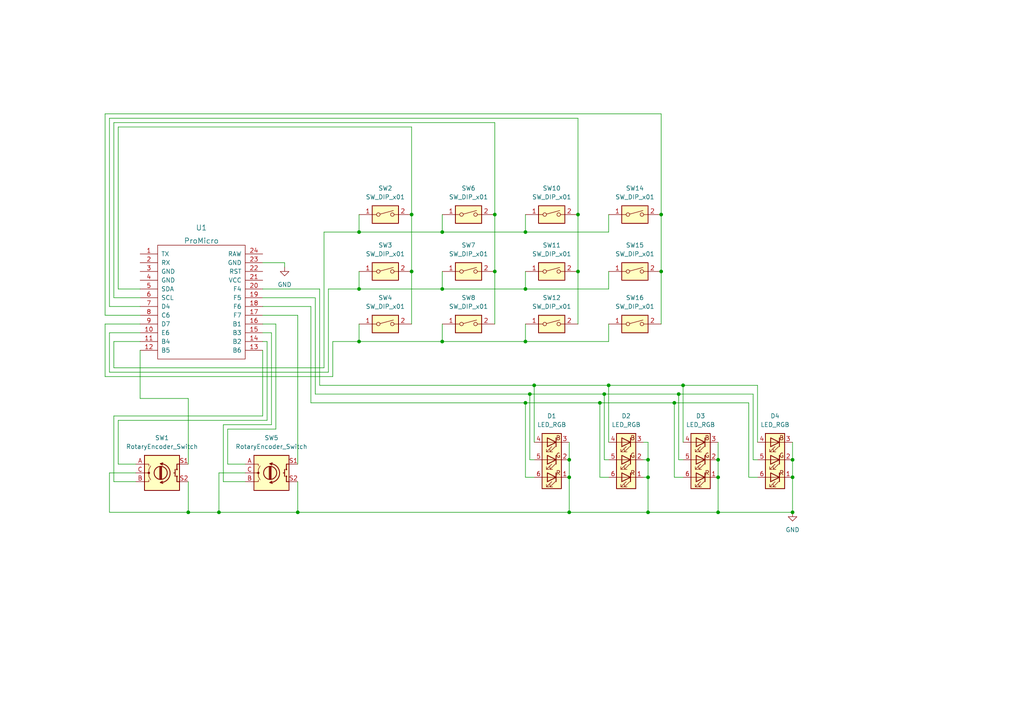
<source format=kicad_sch>
(kicad_sch (version 20211123) (generator eeschema)
  (paper "A4")
  (lib_symbols
    (symbol "Arduino:ProMicro" (pin_names (offset 1.016))
      (property "Reference" "U" (at 0 24.13 0))
      (property "Value" "ProMicro" (at 0 -13.97 0))
      (symbol "ProMicro_0_1"
        (rectangle (start -12.7 21.59) (end 12.7 -11.43))
      )
      (symbol "ProMicro_1_1"
        (pin bidirectional line (at -17.78 19.05 0) (length 5.08) (name "TX") (number "1"))
        (pin bidirectional line (at -17.78 -3.81 0) (length 5.08) (name "E6") (number "10"))
        (pin bidirectional line (at -17.78 -6.35 0) (length 5.08) (name "B4") (number "11"))
        (pin bidirectional line (at -17.78 -8.89 0) (length 5.08) (name "B5") (number "12"))
        (pin bidirectional line (at 17.78 -8.89 180) (length 5.08) (name "B6") (number "13"))
        (pin bidirectional line (at 17.78 -6.35 180) (length 5.08) (name "B2") (number "14"))
        (pin bidirectional line (at 17.78 -3.81 180) (length 5.08) (name "B3") (number "15"))
        (pin bidirectional line (at 17.78 -1.27 180) (length 5.08) (name "B1") (number "16"))
        (pin bidirectional line (at 17.78 1.27 180) (length 5.08) (name "F7") (number "17"))
        (pin bidirectional line (at 17.78 3.81 180) (length 5.08) (name "F6") (number "18"))
        (pin bidirectional line (at 17.78 6.35 180) (length 5.08) (name "F5") (number "19"))
        (pin bidirectional line (at -17.78 16.51 0) (length 5.08) (name "RX") (number "2"))
        (pin bidirectional line (at 17.78 8.89 180) (length 5.08) (name "F4") (number "20"))
        (pin power_in line (at 17.78 11.43 180) (length 5.08) (name "VCC") (number "21"))
        (pin input line (at 17.78 13.97 180) (length 5.08) (name "RST") (number "22"))
        (pin power_in line (at 17.78 16.51 180) (length 5.08) (name "GND") (number "23"))
        (pin power_out line (at 17.78 19.05 180) (length 5.08) (name "RAW") (number "24"))
        (pin power_in line (at -17.78 13.97 0) (length 5.08) (name "GND") (number "3"))
        (pin power_in line (at -17.78 11.43 0) (length 5.08) (name "GND") (number "4"))
        (pin bidirectional line (at -17.78 8.89 0) (length 5.08) (name "SDA") (number "5"))
        (pin bidirectional line (at -17.78 6.35 0) (length 5.08) (name "SCL") (number "6"))
        (pin bidirectional line (at -17.78 3.81 0) (length 5.08) (name "D4") (number "7"))
        (pin bidirectional line (at -17.78 1.27 0) (length 5.08) (name "C6") (number "8"))
        (pin bidirectional line (at -17.78 -1.27 0) (length 5.08) (name "D7") (number "9"))
      )
    )
    (symbol "Device:LED_RGB" (pin_names (offset 0) hide)
      (property "Reference" "D" (at 0 9.398 0))
      (property "Value" "LED_RGB" (at 0 -8.89 0))
      (symbol "LED_RGB_0_0"
        (text "B" (at -1.905 -6.35 0) (effects (font (size 1.27 1.27))))
        (text "G" (at -1.905 -1.27 0) (effects (font (size 1.27 1.27))))
        (text "R" (at -1.905 3.81 0) (effects (font (size 1.27 1.27))))
      )
      (symbol "LED_RGB_0_1"
        (polyline (pts (xy -1.27 -5.08) (xy -2.54 -5.08)))
        (polyline (pts (xy -1.27 -5.08) (xy 1.27 -5.08)))
        (polyline (pts (xy -1.27 -3.81) (xy -1.27 -6.35)) (stroke (width 0.254)))
        (polyline (pts (xy -1.27 0) (xy -2.54 0)))
        (polyline (pts (xy -1.27 1.27) (xy -1.27 -1.27)) (stroke (width 0.254)))
        (polyline (pts (xy -1.27 5.08) (xy -2.54 5.08)))
        (polyline (pts (xy -1.27 5.08) (xy 1.27 5.08)))
        (polyline (pts (xy -1.27 6.35) (xy -1.27 3.81)) (stroke (width 0.254)))
        (polyline (pts (xy 1.27 -5.08) (xy 2.54 -5.08)))
        (polyline (pts (xy 1.27 0) (xy -1.27 0)))
        (polyline (pts (xy 1.27 0) (xy 2.54 0)))
        (polyline (pts (xy 1.27 5.08) (xy 2.54 5.08)))
        (polyline (pts (xy -1.27 1.27) (xy -1.27 -1.27) (xy -1.27 -1.27)))
        (polyline (pts (xy -1.27 6.35) (xy -1.27 3.81) (xy -1.27 3.81)))
        (polyline (pts (xy 1.27 -3.81) (xy 1.27 -6.35) (xy -1.27 -5.08) (xy 1.27 -3.81)) (stroke (width 0.254)))
        (polyline (pts (xy 1.27 1.27) (xy 1.27 -1.27) (xy -1.27 0) (xy 1.27 1.27)) (stroke (width 0.254)))
        (polyline (pts (xy 1.27 6.35) (xy 1.27 3.81) (xy -1.27 5.08) (xy 1.27 6.35)) (stroke (width 0.254)))
        (polyline (pts (xy -1.016 -3.81) (xy 0.508 -2.286) (xy -0.254 -2.286) (xy 0.508 -2.286) (xy 0.508 -3.048)))
        (polyline (pts (xy -1.016 1.27) (xy 0.508 2.794) (xy -0.254 2.794) (xy 0.508 2.794) (xy 0.508 2.032)))
        (polyline (pts (xy -1.016 6.35) (xy 0.508 7.874) (xy -0.254 7.874) (xy 0.508 7.874) (xy 0.508 7.112)))
        (polyline (pts (xy 0 -3.81) (xy 1.524 -2.286) (xy 0.762 -2.286) (xy 1.524 -2.286) (xy 1.524 -3.048)))
        (polyline (pts (xy 0 1.27) (xy 1.524 2.794) (xy 0.762 2.794) (xy 1.524 2.794) (xy 1.524 2.032)))
        (polyline (pts (xy 0 6.35) (xy 1.524 7.874) (xy 0.762 7.874) (xy 1.524 7.874) (xy 1.524 7.112)))
        (rectangle (start 1.27 -1.27) (end 1.27 1.27))
        (rectangle (start 1.27 1.27) (end 1.27 1.27))
        (rectangle (start 1.27 3.81) (end 1.27 6.35))
        (rectangle (start 1.27 6.35) (end 1.27 6.35))
        (rectangle (start 2.794 8.382) (end -2.794 -7.62) (stroke (width 0.254)) (fill (type background)))
      )
      (symbol "LED_RGB_1_1"
        (pin passive line (at -5.08 5.08 0) (length 2.54) (name "RK") (number "1"))
        (pin passive line (at -5.08 0 0) (length 2.54) (name "GK") (number "2"))
        (pin passive line (at -5.08 -5.08 0) (length 2.54) (name "BK") (number "3"))
        (pin passive line (at 5.08 -5.08 180) (length 2.54) (name "BA") (number "4"))
        (pin passive line (at 5.08 0 180) (length 2.54) (name "GA") (number "5"))
        (pin passive line (at 5.08 5.08 180) (length 2.54) (name "RA") (number "6"))
      )
    )
    (symbol "Device:RotaryEncoder_Switch" (pin_names (offset 0.254) hide)
      (property "Reference" "SW" (at 0 6.604 0))
      (property "Value" "RotaryEncoder_Switch" (at 0 -6.604 0))
      (symbol "RotaryEncoder_Switch_0_1"
        (rectangle (start -5.08 5.08) (end 5.08 -5.08) (stroke (width 0.254)) (fill (type background)))
        (circle (center -3.81 0) (radius 0.254) (fill (type outline)))
        (arc (start -0.381 -2.794) (mid 2.3622 -0.0508) (end -0.381 2.667) (stroke (width 0.254)))
        (circle (center -0.381 0) (radius 1.905) (stroke (width 0.254)))
        (polyline (pts (xy -0.635 -1.778) (xy -0.635 1.778)) (stroke (width 0.254)))
        (polyline (pts (xy -0.381 -1.778) (xy -0.381 1.778)) (stroke (width 0.254)))
        (polyline (pts (xy -0.127 1.778) (xy -0.127 -1.778)) (stroke (width 0.254)))
        (polyline (pts (xy 3.81 0) (xy 3.429 0)) (stroke (width 0.254)))
        (polyline (pts (xy 3.81 1.016) (xy 3.81 -1.016)) (stroke (width 0.254)))
        (polyline (pts (xy -5.08 -2.54) (xy -3.81 -2.54) (xy -3.81 -2.032)))
        (polyline (pts (xy -5.08 2.54) (xy -3.81 2.54) (xy -3.81 2.032)))
        (polyline (pts (xy 0.254 -3.048) (xy -0.508 -2.794) (xy 0.127 -2.413)) (stroke (width 0.254)))
        (polyline (pts (xy 0.254 2.921) (xy -0.508 2.667) (xy 0.127 2.286)) (stroke (width 0.254)))
        (polyline (pts (xy 5.08 -2.54) (xy 4.318 -2.54) (xy 4.318 -1.016)) (stroke (width 0.254)))
        (polyline (pts (xy 5.08 2.54) (xy 4.318 2.54) (xy 4.318 1.016)) (stroke (width 0.254)))
        (polyline (pts (xy -5.08 0) (xy -3.81 0) (xy -3.81 -1.016) (xy -3.302 -2.032)))
        (polyline (pts (xy -4.318 0) (xy -3.81 0) (xy -3.81 1.016) (xy -3.302 2.032)))
        (circle (center 4.318 -1.016) (radius 0.127) (stroke (width 0.254)))
        (circle (center 4.318 1.016) (radius 0.127) (stroke (width 0.254)))
      )
      (symbol "RotaryEncoder_Switch_1_1"
        (pin passive line (at -7.62 2.54 0) (length 2.54) (name "A") (number "A"))
        (pin passive line (at -7.62 -2.54 0) (length 2.54) (name "B") (number "B"))
        (pin passive line (at -7.62 0 0) (length 2.54) (name "C") (number "C"))
        (pin passive line (at 7.62 2.54 180) (length 2.54) (name "S1") (number "S1"))
        (pin passive line (at 7.62 -2.54 180) (length 2.54) (name "S2") (number "S2"))
      )
    )
    (symbol "Switch:SW_DIP_x01" (pin_names (offset 0) hide)
      (property "Reference" "SW" (at 0 3.81 0))
      (property "Value" "SW_DIP_x01" (at 0 -3.81 0))
      (symbol "SW_DIP_x01_0_0"
        (circle (center -2.032 0) (radius 0.508))
        (polyline (pts (xy -1.524 0.127) (xy 2.3622 1.1684)))
        (circle (center 2.032 0) (radius 0.508))
      )
      (symbol "SW_DIP_x01_0_1"
        (rectangle (start -3.81 2.54) (end 3.81 -2.54) (stroke (width 0.254)) (fill (type background)))
      )
      (symbol "SW_DIP_x01_1_1"
        (pin passive line (at -7.62 0 0) (length 5.08) (name "~") (number "1"))
        (pin passive line (at 7.62 0 180) (length 5.08) (name "~") (number "2"))
      )
    )
    (symbol "power:GND" (power) (pin_names (offset 0))
      (property "Value" "GND" (at 0 -3.81 0))
      (symbol "GND_0_1"
        (polyline (pts (xy 0 0) (xy 0 -1.27) (xy 1.27 -1.27) (xy 0 -2.54) (xy -1.27 -1.27) (xy 0 -1.27)))
      )
      (symbol "GND_1_1"
        (pin power_in line (at 0 0 270) (length 0) hide (name "GND") (number "1"))
      )
    )
  )
  (junction (at 86.36 148.59))
  (junction (at 198.12 111.76))
  (junction (at 176.53 111.76))
  (junction (at 104.14 99.06))
  (junction (at 208.28 148.59))
  (junction (at 63.5 148.59))
  (junction (at 229.87 133.35))
  (junction (at 208.28 133.35))
  (junction (at 229.87 148.59))
  (junction (at 152.4 99.06))
  (junction (at 195.58 116.84))
  (junction (at 167.64 78.74))
  (junction (at 128.27 83.82))
  (junction (at 187.96 138.43))
  (junction (at 196.85 114.3))
  (junction (at 191.77 62.23))
  (junction (at 208.28 138.43))
  (junction (at 154.94 111.76))
  (junction (at 167.64 62.23))
  (junction (at 54.61 148.59))
  (junction (at 187.96 148.59))
  (junction (at 175.26 114.3))
  (junction (at 165.1 133.35))
  (junction (at 119.38 62.23))
  (junction (at 187.96 133.35))
  (junction (at 173.99 116.84))
  (junction (at 119.38 78.74))
  (junction (at 152.4 83.82))
  (junction (at 128.27 99.06))
  (junction (at 191.77 78.74))
  (junction (at 152.4 116.84))
  (junction (at 153.67 114.3))
  (junction (at 128.27 67.31))
  (junction (at 104.14 67.31))
  (junction (at 165.1 138.43))
  (junction (at 104.14 83.82))
  (junction (at 143.51 62.23))
  (junction (at 143.51 78.74))
  (junction (at 229.87 138.43))
  (junction (at 152.4 67.31))
  (junction (at 165.1 148.59))
  (wire (pts (xy 104.14 99.06) (xy 104.14 93.98)))
  (wire (pts (xy 93.98 106.68) (xy 93.98 67.31)))
  (wire (pts (xy 219.71 138.43) (xy 217.17 138.43)))
  (wire (pts (xy 186.69 138.43) (xy 187.96 138.43)))
  (wire (pts (xy 30.48 91.44) (xy 30.48 33.02)))
  (wire (pts (xy 176.53 78.74) (xy 176.53 83.82)))
  (wire (pts (xy 86.36 139.7) (xy 86.36 148.59)))
  (wire (pts (xy 86.36 91.44) (xy 86.36 134.62)))
  (wire (pts (xy 152.4 67.31) (xy 176.53 67.31)))
  (wire (pts (xy 91.44 86.36) (xy 91.44 114.3)))
  (wire (pts (xy 33.02 99.06) (xy 40.64 99.06)))
  (wire (pts (xy 54.61 115.57) (xy 54.61 134.62)))
  (wire (pts (xy 96.52 109.22) (xy 96.52 99.06)))
  (wire (pts (xy 196.85 114.3) (xy 218.44 114.3)))
  (wire (pts (xy 198.12 111.76) (xy 198.12 128.27)))
  (wire (pts (xy 104.14 67.31) (xy 128.27 67.31)))
  (wire (pts (xy 77.47 99.06) (xy 77.47 121.92)))
  (wire (pts (xy 191.77 33.02) (xy 191.77 62.23)))
  (wire (pts (xy 63.5 148.59) (xy 86.36 148.59)))
  (wire (pts (xy 191.77 78.74) (xy 191.77 93.98)))
  (wire (pts (xy 219.71 133.35) (xy 218.44 133.35)))
  (wire (pts (xy 31.75 34.29) (xy 167.64 34.29)))
  (wire (pts (xy 186.69 133.35) (xy 187.96 133.35)))
  (wire (pts (xy 143.51 35.56) (xy 143.51 62.23)))
  (wire (pts (xy 152.4 138.43) (xy 152.4 116.84)))
  (wire (pts (xy 33.02 106.68) (xy 93.98 106.68)))
  (wire (pts (xy 176.53 111.76) (xy 198.12 111.76)))
  (wire (pts (xy 208.28 138.43) (xy 208.28 148.59)))
  (wire (pts (xy 176.53 133.35) (xy 175.26 133.35)))
  (wire (pts (xy 30.48 109.22) (xy 96.52 109.22)))
  (wire (pts (xy 90.17 88.9) (xy 90.17 116.84)))
  (wire (pts (xy 40.64 91.44) (xy 30.48 91.44)))
  (wire (pts (xy 165.1 133.35) (xy 165.1 138.43)))
  (wire (pts (xy 66.04 124.46) (xy 66.04 134.62)))
  (wire (pts (xy 229.87 133.35) (xy 229.87 138.43)))
  (wire (pts (xy 176.53 138.43) (xy 173.99 138.43)))
  (wire (pts (xy 33.02 139.7) (xy 39.37 139.7)))
  (wire (pts (xy 76.2 93.98) (xy 80.01 93.98)))
  (wire (pts (xy 217.17 138.43) (xy 217.17 116.84)))
  (wire (pts (xy 31.75 96.52) (xy 40.64 96.52)))
  (wire (pts (xy 176.53 99.06) (xy 152.4 99.06)))
  (wire (pts (xy 198.12 111.76) (xy 219.71 111.76)))
  (wire (pts (xy 54.61 148.59) (xy 63.5 148.59)))
  (wire (pts (xy 154.94 111.76) (xy 154.94 128.27)))
  (wire (pts (xy 76.2 99.06) (xy 77.47 99.06)))
  (wire (pts (xy 104.14 62.23) (xy 104.14 67.31)))
  (wire (pts (xy 82.55 76.2) (xy 76.2 76.2)))
  (wire (pts (xy 165.1 148.59) (xy 187.96 148.59)))
  (wire (pts (xy 92.71 83.82) (xy 92.71 111.76)))
  (wire (pts (xy 153.67 133.35) (xy 153.67 114.3)))
  (wire (pts (xy 208.28 133.35) (xy 208.28 138.43)))
  (wire (pts (xy 218.44 133.35) (xy 218.44 114.3)))
  (wire (pts (xy 187.96 148.59) (xy 208.28 148.59)))
  (wire (pts (xy 187.96 128.27) (xy 187.96 133.35)))
  (wire (pts (xy 77.47 121.92) (xy 34.29 121.92)))
  (wire (pts (xy 176.53 93.98) (xy 176.53 99.06)))
  (wire (pts (xy 93.98 67.31) (xy 104.14 67.31)))
  (wire (pts (xy 128.27 99.06) (xy 104.14 99.06)))
  (wire (pts (xy 173.99 116.84) (xy 195.58 116.84)))
  (wire (pts (xy 30.48 93.98) (xy 40.64 93.98)))
  (wire (pts (xy 64.77 139.7) (xy 71.12 139.7)))
  (wire (pts (xy 95.25 107.95) (xy 95.25 83.82)))
  (wire (pts (xy 229.87 138.43) (xy 229.87 148.59)))
  (wire (pts (xy 76.2 88.9) (xy 90.17 88.9)))
  (wire (pts (xy 219.71 128.27) (xy 219.71 111.76)))
  (wire (pts (xy 34.29 83.82) (xy 34.29 36.83)))
  (wire (pts (xy 80.01 124.46) (xy 66.04 124.46)))
  (wire (pts (xy 176.53 62.23) (xy 176.53 67.31)))
  (wire (pts (xy 76.2 96.52) (xy 78.74 96.52)))
  (wire (pts (xy 152.4 93.98) (xy 152.4 99.06)))
  (wire (pts (xy 78.74 123.19) (xy 64.77 123.19)))
  (wire (pts (xy 128.27 67.31) (xy 152.4 67.31)))
  (wire (pts (xy 198.12 133.35) (xy 196.85 133.35)))
  (wire (pts (xy 86.36 148.59) (xy 165.1 148.59)))
  (wire (pts (xy 76.2 91.44) (xy 86.36 91.44)))
  (wire (pts (xy 191.77 62.23) (xy 191.77 78.74)))
  (wire (pts (xy 198.12 138.43) (xy 195.58 138.43)))
  (wire (pts (xy 40.64 83.82) (xy 34.29 83.82)))
  (wire (pts (xy 196.85 133.35) (xy 196.85 114.3)))
  (wire (pts (xy 173.99 138.43) (xy 173.99 116.84)))
  (wire (pts (xy 152.4 99.06) (xy 128.27 99.06)))
  (wire (pts (xy 31.75 88.9) (xy 31.75 34.29)))
  (wire (pts (xy 82.55 77.47) (xy 82.55 76.2)))
  (wire (pts (xy 31.75 107.95) (xy 95.25 107.95)))
  (wire (pts (xy 175.26 133.35) (xy 175.26 114.3)))
  (wire (pts (xy 40.64 101.6) (xy 40.64 115.57)))
  (wire (pts (xy 66.04 134.62) (xy 71.12 134.62)))
  (wire (pts (xy 128.27 78.74) (xy 128.27 83.82)))
  (wire (pts (xy 154.94 138.43) (xy 152.4 138.43)))
  (wire (pts (xy 186.69 128.27) (xy 187.96 128.27)))
  (wire (pts (xy 95.25 83.82) (xy 104.14 83.82)))
  (wire (pts (xy 40.64 88.9) (xy 31.75 88.9)))
  (wire (pts (xy 76.2 101.6) (xy 76.2 120.65)))
  (wire (pts (xy 96.52 99.06) (xy 104.14 99.06)))
  (wire (pts (xy 33.02 86.36) (xy 33.02 35.56)))
  (wire (pts (xy 128.27 62.23) (xy 128.27 67.31)))
  (wire (pts (xy 104.14 83.82) (xy 128.27 83.82)))
  (wire (pts (xy 176.53 111.76) (xy 176.53 128.27)))
  (wire (pts (xy 195.58 116.84) (xy 217.17 116.84)))
  (wire (pts (xy 34.29 36.83) (xy 119.38 36.83)))
  (wire (pts (xy 33.02 99.06) (xy 33.02 106.68)))
  (wire (pts (xy 119.38 36.83) (xy 119.38 62.23)))
  (wire (pts (xy 119.38 78.74) (xy 119.38 93.98)))
  (wire (pts (xy 33.02 120.65) (xy 33.02 139.7)))
  (wire (pts (xy 152.4 83.82) (xy 176.53 83.82)))
  (wire (pts (xy 175.26 114.3) (xy 196.85 114.3)))
  (wire (pts (xy 128.27 93.98) (xy 128.27 99.06)))
  (wire (pts (xy 195.58 138.43) (xy 195.58 116.84)))
  (wire (pts (xy 90.17 116.84) (xy 152.4 116.84)))
  (wire (pts (xy 167.64 78.74) (xy 167.64 93.98)))
  (wire (pts (xy 31.75 96.52) (xy 31.75 107.95)))
  (wire (pts (xy 34.29 121.92) (xy 34.29 134.62)))
  (wire (pts (xy 39.37 137.16) (xy 31.75 137.16)))
  (wire (pts (xy 229.87 128.27) (xy 229.87 133.35)))
  (wire (pts (xy 54.61 139.7) (xy 54.61 148.59)))
  (wire (pts (xy 208.28 148.59) (xy 229.87 148.59)))
  (wire (pts (xy 33.02 35.56) (xy 143.51 35.56)))
  (wire (pts (xy 152.4 62.23) (xy 152.4 67.31)))
  (wire (pts (xy 143.51 78.74) (xy 143.51 93.98)))
  (wire (pts (xy 76.2 120.65) (xy 33.02 120.65)))
  (wire (pts (xy 165.1 128.27) (xy 165.1 133.35)))
  (wire (pts (xy 34.29 134.62) (xy 39.37 134.62)))
  (wire (pts (xy 165.1 138.43) (xy 165.1 148.59)))
  (wire (pts (xy 91.44 114.3) (xy 153.67 114.3)))
  (wire (pts (xy 71.12 137.16) (xy 63.5 137.16)))
  (wire (pts (xy 63.5 137.16) (xy 63.5 148.59)))
  (wire (pts (xy 167.64 62.23) (xy 167.64 78.74)))
  (wire (pts (xy 152.4 78.74) (xy 152.4 83.82)))
  (wire (pts (xy 40.64 86.36) (xy 33.02 86.36)))
  (wire (pts (xy 31.75 137.16) (xy 31.75 148.59)))
  (wire (pts (xy 152.4 116.84) (xy 173.99 116.84)))
  (wire (pts (xy 153.67 114.3) (xy 175.26 114.3)))
  (wire (pts (xy 76.2 86.36) (xy 91.44 86.36)))
  (wire (pts (xy 30.48 33.02) (xy 191.77 33.02)))
  (wire (pts (xy 128.27 83.82) (xy 152.4 83.82)))
  (wire (pts (xy 154.94 111.76) (xy 176.53 111.76)))
  (wire (pts (xy 187.96 138.43) (xy 187.96 148.59)))
  (wire (pts (xy 30.48 93.98) (xy 30.48 109.22)))
  (wire (pts (xy 80.01 93.98) (xy 80.01 124.46)))
  (wire (pts (xy 76.2 83.82) (xy 92.71 83.82)))
  (wire (pts (xy 167.64 34.29) (xy 167.64 62.23)))
  (wire (pts (xy 31.75 148.59) (xy 54.61 148.59)))
  (wire (pts (xy 104.14 78.74) (xy 104.14 83.82)))
  (wire (pts (xy 119.38 62.23) (xy 119.38 78.74)))
  (wire (pts (xy 78.74 96.52) (xy 78.74 123.19)))
  (wire (pts (xy 187.96 133.35) (xy 187.96 138.43)))
  (wire (pts (xy 154.94 133.35) (xy 153.67 133.35)))
  (wire (pts (xy 143.51 62.23) (xy 143.51 78.74)))
  (wire (pts (xy 64.77 123.19) (xy 64.77 139.7)))
  (wire (pts (xy 40.64 115.57) (xy 54.61 115.57)))
  (wire (pts (xy 208.28 128.27) (xy 208.28 133.35)))
  (wire (pts (xy 92.71 111.76) (xy 154.94 111.76)))
  (symbol (lib_id "Device:LED_RGB") (at 160.02 133.35 180) (unit 1)
    (property "Reference" "D1" (at 160.02 120.65 0))
    (property "Value" "LED_RGB" (at 160.02 123.19 0))
    (property "Footprint" "LED_SMD:LED_RGB_5050-6" (effects hide))
  )
  (symbol (lib_id "Arduino:ProMicro") (at 58.42 92.71 0) (unit 1)
    (property "Reference" "U1" (at 58.42 66.04 0) (effects (font (size 1.524 1.524))))
    (property "Value" "ProMicro" (at 58.42 69.85 0) (effects (font (size 1.524 1.524))))
    (property "Footprint" "Arduino Micro Pro:ProMicro" (effects hide))
  )
  (symbol (lib_id "Device:LED_RGB") (at 181.61 133.35 180) (unit 1)
    (property "Reference" "D2" (at 181.61 120.65 0))
    (property "Value" "LED_RGB" (at 181.61 123.19 0))
    (property "Footprint" "LED_SMD:LED_RGB_5050-6" (effects hide))
  )
  (symbol (lib_id "Device:LED_RGB") (at 203.2 133.35 180) (unit 1)
    (property "Reference" "D3" (at 203.2 120.65 0))
    (property "Value" "LED_RGB" (at 203.2 123.19 0))
    (property "Footprint" "LED_SMD:LED_RGB_5050-6" (effects hide))
  )
  (symbol (lib_id "Switch:SW_DIP_x01") (at 184.15 93.98 0) (unit 1)
    (property "Reference" "SW16" (at 184.15 86.36 0))
    (property "Value" "SW_DIP_x01" (at 184.15 88.9 0))
    (property "Footprint" "Button_Switch_Keyboard:SW_Cherry_MX_1.00u_PCB" (effects hide))
  )
  (symbol (lib_id "Switch:SW_DIP_x01") (at 184.15 78.74 0) (unit 1)
    (property "Reference" "SW15" (at 184.15 71.12 0))
    (property "Value" "SW_DIP_x01" (at 184.15 73.66 0))
    (property "Footprint" "Button_Switch_Keyboard:SW_Cherry_MX_1.00u_PCB" (effects hide))
  )
  (symbol (lib_id "power:GND") (at 229.87 148.59 0) (unit 1)
    (property "Reference" "#PWR02" (effects hide))
    (property "Value" "GND" (at 229.87 153.67 0))
  )
  (symbol (lib_id "Switch:SW_DIP_x01") (at 160.02 78.74 0) (unit 1)
    (property "Reference" "SW11" (at 160.02 71.12 0))
    (property "Value" "SW_DIP_x01" (at 160.02 73.66 0))
    (property "Footprint" "Button_Switch_Keyboard:SW_Cherry_MX_1.00u_PCB" (effects hide))
  )
  (symbol (lib_id "Device:RotaryEncoder_Switch") (at 46.99 137.16 0) (unit 1)
    (property "Reference" "SW1" (at 46.99 127 0))
    (property "Value" "RotaryEncoder_Switch" (at 46.99 129.54 0))
    (property "Footprint" "Rotary_Encoder:RotaryEncoder_Alps_EC11E-Switch_Vertical_H20mm" (effects hide))
  )
  (symbol (lib_id "Device:RotaryEncoder_Switch") (at 78.74 137.16 0) (unit 1)
    (property "Reference" "SW5" (at 78.74 127 0))
    (property "Value" "RotaryEncoder_Switch" (at 78.74 129.54 0))
    (property "Footprint" "Rotary_Encoder:RotaryEncoder_Alps_EC11E-Switch_Vertical_H20mm" (effects hide))
  )
  (symbol (lib_id "power:GND") (at 82.55 77.47 0) (unit 1)
    (property "Reference" "#PWR01" (effects hide))
    (property "Value" "GND" (at 82.55 82.55 0))
  )
  (symbol (lib_id "Switch:SW_DIP_x01") (at 135.89 78.74 0) (unit 1)
    (property "Reference" "SW7" (at 135.89 71.12 0))
    (property "Value" "SW_DIP_x01" (at 135.89 73.66 0))
    (property "Footprint" "Button_Switch_Keyboard:SW_Cherry_MX_1.00u_PCB" (effects hide))
  )
  (symbol (lib_id "Switch:SW_DIP_x01") (at 160.02 62.23 0) (unit 1)
    (property "Reference" "SW10" (at 160.02 54.61 0))
    (property "Value" "SW_DIP_x01" (at 160.02 57.15 0))
    (property "Footprint" "Button_Switch_Keyboard:SW_Cherry_MX_1.00u_PCB" (effects hide))
  )
  (symbol (lib_id "Switch:SW_DIP_x01") (at 111.76 78.74 0) (unit 1)
    (property "Reference" "SW3" (at 111.76 71.12 0))
    (property "Value" "SW_DIP_x01" (at 111.76 73.66 0))
    (property "Footprint" "Button_Switch_Keyboard:SW_Cherry_MX_1.00u_PCB" (effects hide))
  )
  (symbol (lib_id "Switch:SW_DIP_x01") (at 111.76 93.98 0) (unit 1)
    (property "Reference" "SW4" (at 111.76 86.36 0))
    (property "Value" "SW_DIP_x01" (at 111.76 88.9 0))
    (property "Footprint" "Button_Switch_Keyboard:SW_Cherry_MX_1.00u_PCB" (effects hide))
  )
  (symbol (lib_id "Switch:SW_DIP_x01") (at 135.89 93.98 0) (unit 1)
    (property "Reference" "SW8" (at 135.89 86.36 0))
    (property "Value" "SW_DIP_x01" (at 135.89 88.9 0))
    (property "Footprint" "Button_Switch_Keyboard:SW_Cherry_MX_1.00u_PCB" (effects hide))
  )
  (symbol (lib_id "Switch:SW_DIP_x01") (at 184.15 62.23 0) (unit 1)
    (property "Reference" "SW14" (at 184.15 54.61 0))
    (property "Value" "SW_DIP_x01" (at 184.15 57.15 0))
    (property "Footprint" "Button_Switch_Keyboard:SW_Cherry_MX_1.00u_PCB" (effects hide))
  )
  (symbol (lib_id "Switch:SW_DIP_x01") (at 111.76 62.23 0) (unit 1)
    (property "Reference" "SW2" (at 111.76 54.61 0))
    (property "Value" "SW_DIP_x01" (at 111.76 57.15 0))
    (property "Footprint" "Button_Switch_Keyboard:SW_Cherry_MX_1.00u_PCB" (effects hide))
  )
  (symbol (lib_id "Switch:SW_DIP_x01") (at 135.89 62.23 0) (unit 1)
    (property "Reference" "SW6" (at 135.89 54.61 0))
    (property "Value" "SW_DIP_x01" (at 135.89 57.15 0))
    (property "Footprint" "Button_Switch_Keyboard:SW_Cherry_MX_1.00u_PCB" (effects hide))
  )
  (symbol (lib_id "Switch:SW_DIP_x01") (at 160.02 93.98 0) (unit 1)
    (property "Reference" "SW12" (at 160.02 86.36 0))
    (property "Value" "SW_DIP_x01" (at 160.02 88.9 0))
    (property "Footprint" "Button_Switch_Keyboard:SW_Cherry_MX_1.00u_PCB" (effects hide))
  )
  (symbol (lib_id "Device:LED_RGB") (at 224.79 133.35 180) (unit 1)
    (property "Reference" "D4" (at 224.79 120.65 0))
    (property "Value" "LED_RGB" (at 224.79 123.19 0))
    (property "Footprint" "LED_SMD:LED_RGB_5050-6" (effects hide))
  )
)
</source>
